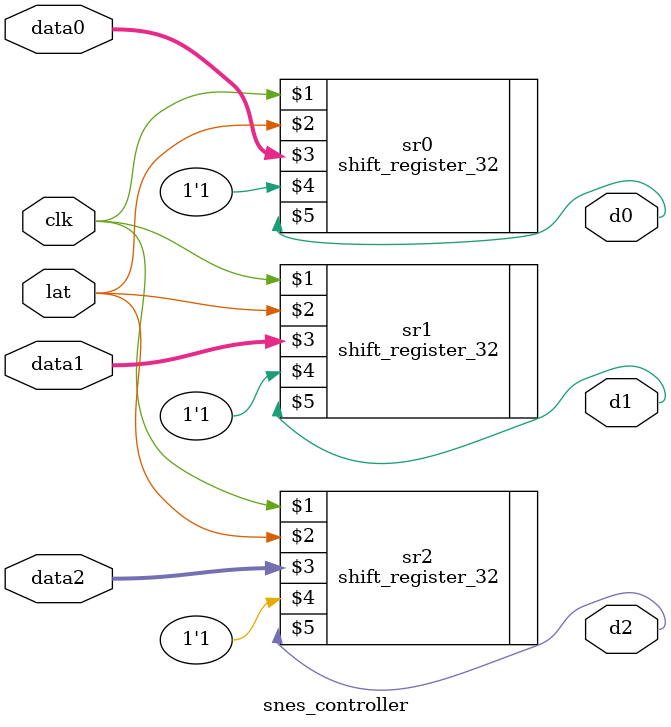
<source format=v>

`include "shift_register.v"

module snes_controller(
	input clk,
	input lat,
	input [31:0] data0,
	input [31:0] data1,
	input [31:0] data2,
	output d0,
	output d1,
	output d2
);

shift_register_32 sr0(clk, lat, data0, 1'b1, d0);
shift_register_32 sr1(clk, lat, data1, 1'b1, d1);
shift_register_32 sr2(clk, lat, data2, 1'b1, d2);

endmodule

</source>
